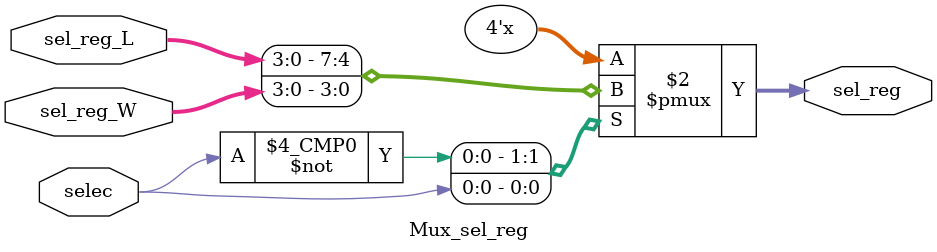
<source format=v>
`timescale 1ns / 1ps
module Mux_sel_reg(
	input wire [3:0] sel_reg_W, sel_reg_L,
	input wire selec,
	output reg [3:0] sel_reg
    );

always @*
	case (selec)
		1'b0: sel_reg = sel_reg_L;
		1'b1: sel_reg = sel_reg_W;
	endcase
	
endmodule

</source>
